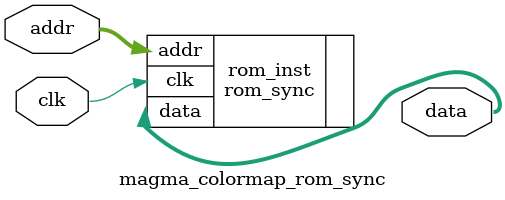
<source format=sv>

`default_nettype none
`timescale 1ns / 1ps

module magma_colormap_rom_sync #(
    parameter WIDTH=24,
    parameter DEPTH=256,
    `ifndef SIMULATION
    parameter INIT_F="magma_colormap.hex",
    `else
    parameter INIT_F="../memory/magma_colormap.hex",
    `endif

    localparam ADDRW=$clog2(DEPTH)
    ) (
    input wire logic clk,
    input wire logic [ADDRW-1:0] addr,
    output     logic [WIDTH-1:0] data
    );

    rom_sync #(
        .WIDTH(WIDTH),
        .DEPTH(DEPTH),
        .INIT_F(INIT_F)
    ) rom_inst (
        .clk,
        .addr,
        .data
    );
endmodule

</source>
